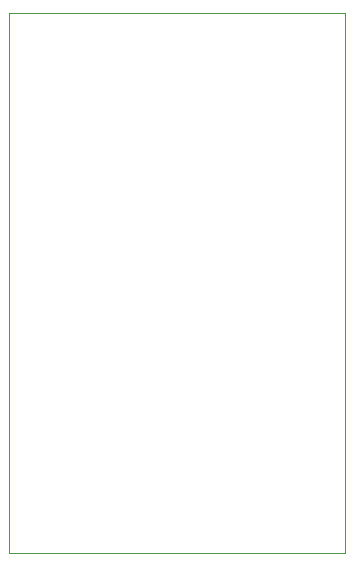
<source format=gbr>
%TF.GenerationSoftware,KiCad,Pcbnew,5.1.6-c6e7f7d~87~ubuntu20.04.1*%
%TF.CreationDate,2020-09-12T14:26:48-04:00*%
%TF.ProjectId,IN-14_Daughter,494e2d31-345f-4446-9175-67687465722e,rev?*%
%TF.SameCoordinates,Original*%
%TF.FileFunction,Profile,NP*%
%FSLAX46Y46*%
G04 Gerber Fmt 4.6, Leading zero omitted, Abs format (unit mm)*
G04 Created by KiCad (PCBNEW 5.1.6-c6e7f7d~87~ubuntu20.04.1) date 2020-09-12 14:26:48*
%MOMM*%
%LPD*%
G01*
G04 APERTURE LIST*
%TA.AperFunction,Profile*%
%ADD10C,0.050000*%
%TD*%
G04 APERTURE END LIST*
D10*
X171196000Y-96012000D02*
X142748000Y-96012000D01*
X171196000Y-50292000D02*
X171196000Y-96012000D01*
X142748000Y-50292000D02*
X171196000Y-50292000D01*
X142748000Y-96012000D02*
X142748000Y-50292000D01*
M02*

</source>
